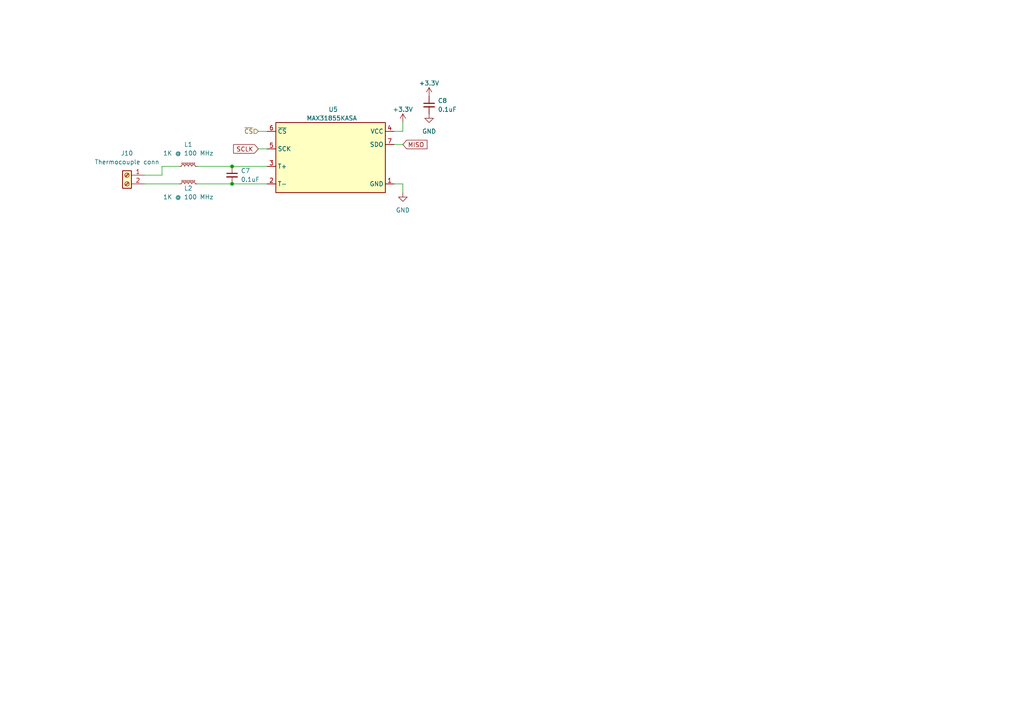
<source format=kicad_sch>
(kicad_sch (version 20231120) (generator "eeschema") (generator_version "8.0")
  (paper "A4")
  (lib_symbols
    (symbol "Connector:Screw_Terminal_01x02" (pin_names (offset 1.016) hide)
      (property "Reference" "J" (at 0 2.54 0))
      (property "Value" "Screw_Terminal_01x02" (at 0 -5.08 0))
      (symbol "Screw_Terminal_01x02_1_1"
        (rectangle (start -1.27 1.27) (end 1.27 -3.81) (stroke (width 0.254)) (fill (type background)))
        (circle (center 0 -2.54) (radius 0.635) (stroke (width 0.1524)))
        (polyline (pts (xy -0.5334 -2.2098) (xy 0.3302 -3.048)) (stroke (width 0.1524)))
        (polyline (pts (xy -0.5334 0.3302) (xy 0.3302 -0.508)) (stroke (width 0.1524)))
        (polyline (pts (xy -0.3556 -2.032) (xy 0.508 -2.8702)) (stroke (width 0.1524)))
        (polyline (pts (xy -0.3556 0.508) (xy 0.508 -0.3302)) (stroke (width 0.1524)))
        (circle (center 0 0) (radius 0.635) (stroke (width 0.1524)))
        (pin passive line (at -5.08 0 0) (length 3.81) (name "Pin_1") (number "1"))
        (pin passive line (at -5.08 -2.54 0) (length 3.81) (name "Pin_2") (number "2"))
      )
    )
    (symbol "Device:C_Small" (pin_numbers hide) (pin_names (offset 0.254) hide)
      (property "Reference" "C" (at 0.254 1.778 0))
      (property "Value" "C_Small" (at 0.254 -2.032 0))
      (symbol "C_Small_0_1"
        (polyline (pts (xy -1.524 -0.508) (xy 1.524 -0.508)) (stroke (width 0.3302)))
        (polyline (pts (xy -1.524 0.508) (xy 1.524 0.508)) (stroke (width 0.3048)))
      )
      (symbol "C_Small_1_1"
        (pin passive line (at 0 2.54 270) (length 2.032) (name "~") (number "1"))
        (pin passive line (at 0 -2.54 90) (length 2.032) (name "~") (number "2"))
      )
    )
    (symbol "Device:L_Ferrite_Small" (pin_numbers hide) (pin_names (offset 0.254) hide)
      (property "Reference" "L" (at 1.27 1.016 0))
      (property "Value" "L_Ferrite_Small" (at 1.27 -1.27 0))
      (symbol "L_Ferrite_Small_0_1"
        (arc (start 0 -2.032) (mid 0.5058 -1.524) (end 0 -1.016))
        (arc (start 0 -1.016) (mid 0.5058 -0.508) (end 0 0))
        (polyline (pts (xy 0.762 -1.905) (xy 0.762 -1.651)))
        (polyline (pts (xy 0.762 -1.397) (xy 0.762 -1.143)))
        (polyline (pts (xy 0.762 -0.889) (xy 0.762 -0.635)))
        (polyline (pts (xy 0.762 -0.381) (xy 0.762 -0.127)))
        (polyline (pts (xy 0.762 0.127) (xy 0.762 0.381)))
        (polyline (pts (xy 0.762 0.635) (xy 0.762 0.889)))
        (polyline (pts (xy 0.762 1.143) (xy 0.762 1.397)))
        (polyline (pts (xy 0.762 1.651) (xy 0.762 1.905)))
        (polyline (pts (xy 1.016 -1.651) (xy 1.016 -1.905)))
        (polyline (pts (xy 1.016 -1.143) (xy 1.016 -1.397)))
        (polyline (pts (xy 1.016 -0.635) (xy 1.016 -0.889)))
        (polyline (pts (xy 1.016 -0.127) (xy 1.016 -0.381)))
        (polyline (pts (xy 1.016 0.381) (xy 1.016 0.127)))
        (polyline (pts (xy 1.016 0.889) (xy 1.016 0.635)))
        (polyline (pts (xy 1.016 1.397) (xy 1.016 1.143)))
        (polyline (pts (xy 1.016 1.905) (xy 1.016 1.651)))
        (arc (start 0 0) (mid 0.5058 0.508) (end 0 1.016))
        (arc (start 0 1.016) (mid 0.5058 1.524) (end 0 2.032))
      )
      (symbol "L_Ferrite_Small_1_1"
        (pin passive line (at 0 2.54 270) (length 0.508) (name "~") (number "1"))
        (pin passive line (at 0 -2.54 90) (length 0.508) (name "~") (number "2"))
      )
    )
    (symbol "Sensor_Temperature:MAX31855KASA"
      (property "Reference" "U3" (at -8.89 12.7 0))
      (property "Value" "MAX31855KASA" (at -15.24 10.16 0))
      (symbol "MAX31855KASA_0_1"
        (rectangle (start -24.13 8.89) (end 7.62 -11.43) (stroke (width 0.254)) (fill (type background)))
      )
      (symbol "MAX31855KASA_1_1"
        (pin power_in line (at 10.16 -8.89 180) (length 2.54) (name "GND") (number "1"))
        (pin passive line (at -26.67 -8.89 0) (length 2.54) (name "T-") (number "2"))
        (pin passive line (at -26.67 -3.81 0) (length 2.54) (name "T+") (number "3"))
        (pin power_in line (at 10.16 6.35 180) (length 2.54) (name "VCC") (number "4"))
        (pin input line (at -26.67 1.27 0) (length 2.54) (name "SCK") (number "5"))
        (pin input line (at -26.67 6.35 0) (length 2.54) (name "~{CS}") (number "6"))
        (pin tri_state line (at 10.16 2.54 180) (length 2.54) (name "SDO") (number "7"))
      )
    )
    (symbol "power:+3.3V" (power) (pin_names (offset 0))
      (property "Value" "+3.3V" (at 0 3.556 0))
      (symbol "+3.3V_0_1"
        (polyline (pts (xy -0.762 1.27) (xy 0 2.54)))
        (polyline (pts (xy 0 0) (xy 0 2.54)))
        (polyline (pts (xy 0 2.54) (xy 0.762 1.27)))
      )
      (symbol "+3.3V_1_1"
        (pin power_in line (at 0 0 90) (length 0) hide (name "+3.3V") (number "1"))
      )
    )
    (symbol "power:GND" (power) (pin_names (offset 0))
      (property "Value" "GND" (at 0 -3.81 0))
      (symbol "GND_0_1"
        (polyline (pts (xy 0 0) (xy 0 -1.27) (xy 1.27 -1.27) (xy 0 -2.54) (xy -1.27 -1.27) (xy 0 -1.27)))
      )
      (symbol "GND_1_1"
        (pin power_in line (at 0 0 270) (length 0) hide (name "GND") (number "1"))
      )
    )
  )
  (junction (at 67.31 53.34))
  (junction (at 67.31 48.26))
  (wire (pts (xy 67.31 48.26) (xy 77.47 48.26)))
  (wire (pts (xy 74.93 43.18) (xy 77.47 43.18)))
  (wire (pts (xy 116.84 35.56) (xy 116.84 38.1)))
  (wire (pts (xy 114.3 41.91) (xy 116.84 41.91)))
  (wire (pts (xy 46.99 48.26) (xy 52.07 48.26)))
  (wire (pts (xy 41.91 53.34) (xy 52.07 53.34)))
  (wire (pts (xy 46.99 50.8) (xy 46.99 48.26)))
  (wire (pts (xy 67.31 53.34) (xy 77.47 53.34)))
  (wire (pts (xy 114.3 38.1) (xy 116.84 38.1)))
  (wire (pts (xy 57.15 48.26) (xy 67.31 48.26)))
  (wire (pts (xy 41.91 50.8) (xy 46.99 50.8)))
  (wire (pts (xy 57.15 53.34) (xy 67.31 53.34)))
  (wire (pts (xy 116.84 53.34) (xy 116.84 55.88)))
  (wire (pts (xy 74.93 38.1) (xy 77.47 38.1)))
  (wire (pts (xy 114.3 53.34) (xy 116.84 53.34)))
  (global_label "SCLK" (shape input) (at 74.93 43.18 180) (property "Intersheetrefs" "${INTERSHEET_REFS}" (effects (hide yes))))
  (global_label "MISO" (shape input) (at 116.84 41.91 0) (property "Intersheetrefs" "${INTERSHEET_REFS}" (effects (hide yes))))
  (hierarchical_label "~{CS}" (shape input) (at 74.93 38.1 180))
  (symbol (lib_id "Connector:Screw_Terminal_01x02") (at 36.83 50.8 0) (mirror y) (unit 1)
    (property "Reference" "J10" (at 36.83 44.45 0))
    (property "Value" "Thermocouple conn" (at 36.83 46.99 0))
    (property "Footprint" "TerminalBlock_Phoenix:TerminalBlock_Phoenix_MKDS-1,5-2-5.08_1x02_P5.08mm_Horizontal" (effects (hide yes)))
  )
  (symbol (lib_id "Device:L_Ferrite_Small") (at 54.61 48.26 90) (unit 1)
    (property "Reference" "L1" (at 54.61 41.91 90))
    (property "Value" "1K @ 100 MHz" (at 54.61 44.45 90))
    (property "Footprint" "Fuse:Fuse_0805_2012Metric_Pad1.15x1.40mm_HandSolder" (effects (hide yes)))
    (property "Datasheet" "https://www.digikey.ca/en/products/detail/murata-electronics/BLM21AG102SN1D/468922" (effects (hide yes)))
  )
  (symbol (lib_id "Device:C_Small") (at 124.46 30.48 0) (unit 1)
    (property "Reference" "C8" (at 127 29.21 0) (effects (justify left)))
    (property "Value" "0.1uF" (at 127 31.75 0) (effects (justify left)))
    (property "Footprint" "Capacitor_SMD:C_0805_2012Metric_Pad1.18x1.45mm_HandSolder" (effects (hide yes)))
  )
  (symbol (lib_id "Device:C_Small") (at 67.31 50.8 0) (unit 1)
    (property "Reference" "C7" (at 69.85 49.53 0) (effects (justify left)))
    (property "Value" "0.1uF" (at 69.85 52.07 0) (effects (justify left)))
    (property "Footprint" "Capacitor_SMD:C_0805_2012Metric_Pad1.18x1.45mm_HandSolder" (effects (hide yes)))
  )
  (symbol (lib_id "power:GND") (at 116.84 55.88 0) (unit 1)
    (property "Reference" "#PWR058" (effects (hide yes)))
    (property "Value" "GND" (at 116.84 60.96 0))
  )
  (symbol (lib_id "Sensor_Temperature:MAX31855KASA") (at 104.14 44.45 0) (unit 1)
    (property "Reference" "U5" (at 95.25 31.75 0) (effects (justify left)))
    (property "Value" "MAX31855KASA" (at 88.9 34.29 0) (effects (justify left)))
    (property "Footprint" "Package_SO:SOIC-8_3.9x4.9mm_P1.27mm" (effects (hide yes)))
    (property "Datasheet" "http://datasheets.maximintegrated.com/en/ds/MAX31855.pdf" (effects (hide yes)))
  )
  (symbol (lib_id "power:+3.3V") (at 116.84 35.56 0) (unit 1)
    (property "Reference" "#PWR057" (effects (hide yes)))
    (property "Value" "+3.3V" (at 116.84 31.75 0))
  )
  (symbol (lib_id "power:+3.3V") (at 124.46 27.94 0) (unit 1)
    (property "Reference" "#PWR059" (effects (hide yes)))
    (property "Value" "+3.3V" (at 124.46 24.13 0))
  )
  (symbol (lib_id "power:GND") (at 124.46 33.02 0) (unit 1)
    (property "Reference" "#PWR060" (effects (hide yes)))
    (property "Value" "GND" (at 124.46 38.1 0))
  )
  (symbol (lib_id "Device:L_Ferrite_Small") (at 54.61 53.34 90) (unit 1)
    (property "Reference" "L2" (at 54.61 54.61 90))
    (property "Value" "1K @ 100 MHz" (at 54.61 57.15 90))
    (property "Footprint" "Fuse:Fuse_0805_2012Metric_Pad1.15x1.40mm_HandSolder" (effects (hide yes)))
    (property "Datasheet" "https://www.digikey.ca/en/products/detail/murata-electronics/BLM21AG102SN1D/468922" (effects (hide yes)))
  )
)
</source>
